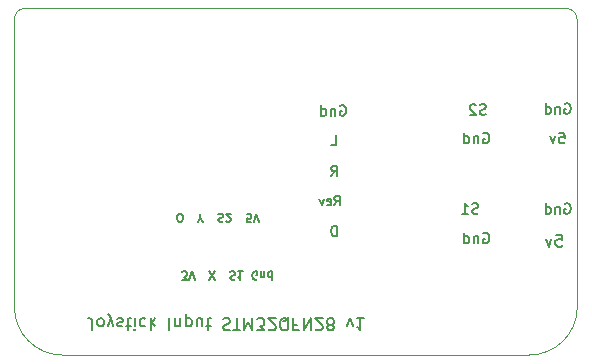
<source format=gbr>
G04 #@! TF.GenerationSoftware,KiCad,Pcbnew,(5.1.5)-3*
G04 #@! TF.CreationDate,2021-12-12T15:29:12-06:00*
G04 #@! TF.ProjectId,InputJoyStickSTM32QFN28,496e7075-744a-46f7-9953-7469636b5354,rev?*
G04 #@! TF.SameCoordinates,Original*
G04 #@! TF.FileFunction,Legend,Bot*
G04 #@! TF.FilePolarity,Positive*
%FSLAX46Y46*%
G04 Gerber Fmt 4.6, Leading zero omitted, Abs format (unit mm)*
G04 Created by KiCad (PCBNEW (5.1.5)-3) date 2021-12-12 15:29:12*
%MOMM*%
%LPD*%
G04 APERTURE LIST*
%ADD10C,0.152400*%
%ADD11C,0.187500*%
%ADD12C,0.050000*%
%ADD13C,0.175000*%
G04 APERTURE END LIST*
D10*
X172271500Y-104455500D02*
X172356166Y-104413166D01*
X172483166Y-104413166D01*
X172610166Y-104455500D01*
X172694833Y-104540166D01*
X172737166Y-104624833D01*
X172779500Y-104794166D01*
X172779500Y-104921166D01*
X172737166Y-105090500D01*
X172694833Y-105175166D01*
X172610166Y-105259833D01*
X172483166Y-105302166D01*
X172398500Y-105302166D01*
X172271500Y-105259833D01*
X172229166Y-105217500D01*
X172229166Y-104921166D01*
X172398500Y-104921166D01*
X171848166Y-104709500D02*
X171848166Y-105302166D01*
X171848166Y-104794166D02*
X171805833Y-104751833D01*
X171721166Y-104709500D01*
X171594166Y-104709500D01*
X171509500Y-104751833D01*
X171467166Y-104836500D01*
X171467166Y-105302166D01*
X170662833Y-105302166D02*
X170662833Y-104413166D01*
X170662833Y-105259833D02*
X170747500Y-105302166D01*
X170916833Y-105302166D01*
X171001500Y-105259833D01*
X171043833Y-105217500D01*
X171086166Y-105132833D01*
X171086166Y-104878833D01*
X171043833Y-104794166D01*
X171001500Y-104751833D01*
X170916833Y-104709500D01*
X170747500Y-104709500D01*
X170662833Y-104751833D01*
X172271500Y-95955500D02*
X172356166Y-95913166D01*
X172483166Y-95913166D01*
X172610166Y-95955500D01*
X172694833Y-96040166D01*
X172737166Y-96124833D01*
X172779500Y-96294166D01*
X172779500Y-96421166D01*
X172737166Y-96590500D01*
X172694833Y-96675166D01*
X172610166Y-96759833D01*
X172483166Y-96802166D01*
X172398500Y-96802166D01*
X172271500Y-96759833D01*
X172229166Y-96717500D01*
X172229166Y-96421166D01*
X172398500Y-96421166D01*
X171848166Y-96209500D02*
X171848166Y-96802166D01*
X171848166Y-96294166D02*
X171805833Y-96251833D01*
X171721166Y-96209500D01*
X171594166Y-96209500D01*
X171509500Y-96251833D01*
X171467166Y-96336500D01*
X171467166Y-96802166D01*
X170662833Y-96802166D02*
X170662833Y-95913166D01*
X170662833Y-96759833D02*
X170747500Y-96802166D01*
X170916833Y-96802166D01*
X171001500Y-96759833D01*
X171043833Y-96717500D01*
X171086166Y-96632833D01*
X171086166Y-96378833D01*
X171043833Y-96294166D01*
X171001500Y-96251833D01*
X170916833Y-96209500D01*
X170747500Y-96209500D01*
X170662833Y-96251833D01*
X178727000Y-95913166D02*
X179150333Y-95913166D01*
X179192666Y-96336500D01*
X179150333Y-96294166D01*
X179065666Y-96251833D01*
X178854000Y-96251833D01*
X178769333Y-96294166D01*
X178727000Y-96336500D01*
X178684666Y-96421166D01*
X178684666Y-96632833D01*
X178727000Y-96717500D01*
X178769333Y-96759833D01*
X178854000Y-96802166D01*
X179065666Y-96802166D01*
X179150333Y-96759833D01*
X179192666Y-96717500D01*
X178388333Y-96209500D02*
X178176666Y-96802166D01*
X177965000Y-96209500D01*
D11*
X172477333Y-94359833D02*
X172350333Y-94402166D01*
X172138666Y-94402166D01*
X172054000Y-94359833D01*
X172011666Y-94317500D01*
X171969333Y-94232833D01*
X171969333Y-94148166D01*
X172011666Y-94063500D01*
X172054000Y-94021166D01*
X172138666Y-93978833D01*
X172308000Y-93936500D01*
X172392666Y-93894166D01*
X172435000Y-93851833D01*
X172477333Y-93767166D01*
X172477333Y-93682500D01*
X172435000Y-93597833D01*
X172392666Y-93555500D01*
X172308000Y-93513166D01*
X172096333Y-93513166D01*
X171969333Y-93555500D01*
X171630666Y-93597833D02*
X171588333Y-93555500D01*
X171503666Y-93513166D01*
X171292000Y-93513166D01*
X171207333Y-93555500D01*
X171165000Y-93597833D01*
X171122666Y-93682500D01*
X171122666Y-93767166D01*
X171165000Y-93894166D01*
X171673000Y-94402166D01*
X171122666Y-94402166D01*
X171877333Y-102759833D02*
X171750333Y-102802166D01*
X171538666Y-102802166D01*
X171454000Y-102759833D01*
X171411666Y-102717500D01*
X171369333Y-102632833D01*
X171369333Y-102548166D01*
X171411666Y-102463500D01*
X171454000Y-102421166D01*
X171538666Y-102378833D01*
X171708000Y-102336500D01*
X171792666Y-102294166D01*
X171835000Y-102251833D01*
X171877333Y-102167166D01*
X171877333Y-102082500D01*
X171835000Y-101997833D01*
X171792666Y-101955500D01*
X171708000Y-101913166D01*
X171496333Y-101913166D01*
X171369333Y-101955500D01*
X170522666Y-102802166D02*
X171030666Y-102802166D01*
X170776666Y-102802166D02*
X170776666Y-101913166D01*
X170861333Y-102040166D01*
X170946000Y-102124833D01*
X171030666Y-102167166D01*
D10*
X179171500Y-93455500D02*
X179256166Y-93413166D01*
X179383166Y-93413166D01*
X179510166Y-93455500D01*
X179594833Y-93540166D01*
X179637166Y-93624833D01*
X179679500Y-93794166D01*
X179679500Y-93921166D01*
X179637166Y-94090500D01*
X179594833Y-94175166D01*
X179510166Y-94259833D01*
X179383166Y-94302166D01*
X179298500Y-94302166D01*
X179171500Y-94259833D01*
X179129166Y-94217500D01*
X179129166Y-93921166D01*
X179298500Y-93921166D01*
X178748166Y-93709500D02*
X178748166Y-94302166D01*
X178748166Y-93794166D02*
X178705833Y-93751833D01*
X178621166Y-93709500D01*
X178494166Y-93709500D01*
X178409500Y-93751833D01*
X178367166Y-93836500D01*
X178367166Y-94302166D01*
X177562833Y-94302166D02*
X177562833Y-93413166D01*
X177562833Y-94259833D02*
X177647500Y-94302166D01*
X177816833Y-94302166D01*
X177901500Y-94259833D01*
X177943833Y-94217500D01*
X177986166Y-94132833D01*
X177986166Y-93878833D01*
X177943833Y-93794166D01*
X177901500Y-93751833D01*
X177816833Y-93709500D01*
X177647500Y-93709500D01*
X177562833Y-93751833D01*
X160171500Y-93655500D02*
X160256166Y-93613166D01*
X160383166Y-93613166D01*
X160510166Y-93655500D01*
X160594833Y-93740166D01*
X160637166Y-93824833D01*
X160679500Y-93994166D01*
X160679500Y-94121166D01*
X160637166Y-94290500D01*
X160594833Y-94375166D01*
X160510166Y-94459833D01*
X160383166Y-94502166D01*
X160298500Y-94502166D01*
X160171500Y-94459833D01*
X160129166Y-94417500D01*
X160129166Y-94121166D01*
X160298500Y-94121166D01*
X159748166Y-93909500D02*
X159748166Y-94502166D01*
X159748166Y-93994166D02*
X159705833Y-93951833D01*
X159621166Y-93909500D01*
X159494166Y-93909500D01*
X159409500Y-93951833D01*
X159367166Y-94036500D01*
X159367166Y-94502166D01*
X158562833Y-94502166D02*
X158562833Y-93613166D01*
X158562833Y-94459833D02*
X158647500Y-94502166D01*
X158816833Y-94502166D01*
X158901500Y-94459833D01*
X158943833Y-94417500D01*
X158986166Y-94332833D01*
X158986166Y-94078833D01*
X158943833Y-93994166D01*
X158901500Y-93951833D01*
X158816833Y-93909500D01*
X158647500Y-93909500D01*
X158562833Y-93951833D01*
D12*
X179279873Y-85389743D02*
G75*
G02X180239940Y-86360000I-5095J-965162D01*
G01*
X132588000Y-86296602D02*
G75*
G02X133489685Y-85389720I901685J5182D01*
G01*
D10*
X159424833Y-97002166D02*
X159848166Y-97002166D01*
X159848166Y-96113166D01*
X159932833Y-104702166D02*
X159932833Y-103813166D01*
X159721166Y-103813166D01*
X159594166Y-103855500D01*
X159509500Y-103940166D01*
X159467166Y-104024833D01*
X159424833Y-104194166D01*
X159424833Y-104321166D01*
X159467166Y-104490500D01*
X159509500Y-104575166D01*
X159594166Y-104659833D01*
X159721166Y-104702166D01*
X159932833Y-104702166D01*
X159424833Y-99602166D02*
X159721166Y-99178833D01*
X159932833Y-99602166D02*
X159932833Y-98713166D01*
X159594166Y-98713166D01*
X159509500Y-98755500D01*
X159467166Y-98797833D01*
X159424833Y-98882500D01*
X159424833Y-99009500D01*
X159467166Y-99094166D01*
X159509500Y-99136500D01*
X159594166Y-99178833D01*
X159932833Y-99178833D01*
X159681000Y-102044714D02*
X159935000Y-101681857D01*
X160116428Y-102044714D02*
X160116428Y-101282714D01*
X159826142Y-101282714D01*
X159753571Y-101319000D01*
X159717285Y-101355285D01*
X159681000Y-101427857D01*
X159681000Y-101536714D01*
X159717285Y-101609285D01*
X159753571Y-101645571D01*
X159826142Y-101681857D01*
X160116428Y-101681857D01*
X159064142Y-102008428D02*
X159136714Y-102044714D01*
X159281857Y-102044714D01*
X159354428Y-102008428D01*
X159390714Y-101935857D01*
X159390714Y-101645571D01*
X159354428Y-101573000D01*
X159281857Y-101536714D01*
X159136714Y-101536714D01*
X159064142Y-101573000D01*
X159027857Y-101645571D01*
X159027857Y-101718142D01*
X159390714Y-101790714D01*
X158773857Y-101536714D02*
X158592428Y-102044714D01*
X158411000Y-101536714D01*
X179171500Y-101955500D02*
X179256166Y-101913166D01*
X179383166Y-101913166D01*
X179510166Y-101955500D01*
X179594833Y-102040166D01*
X179637166Y-102124833D01*
X179679500Y-102294166D01*
X179679500Y-102421166D01*
X179637166Y-102590500D01*
X179594833Y-102675166D01*
X179510166Y-102759833D01*
X179383166Y-102802166D01*
X179298500Y-102802166D01*
X179171500Y-102759833D01*
X179129166Y-102717500D01*
X179129166Y-102421166D01*
X179298500Y-102421166D01*
X178748166Y-102209500D02*
X178748166Y-102802166D01*
X178748166Y-102294166D02*
X178705833Y-102251833D01*
X178621166Y-102209500D01*
X178494166Y-102209500D01*
X178409500Y-102251833D01*
X178367166Y-102336500D01*
X178367166Y-102802166D01*
X177562833Y-102802166D02*
X177562833Y-101913166D01*
X177562833Y-102759833D02*
X177647500Y-102802166D01*
X177816833Y-102802166D01*
X177901500Y-102759833D01*
X177943833Y-102717500D01*
X177986166Y-102632833D01*
X177986166Y-102378833D01*
X177943833Y-102294166D01*
X177901500Y-102251833D01*
X177816833Y-102209500D01*
X177647500Y-102209500D01*
X177562833Y-102251833D01*
D13*
X146759200Y-108370333D02*
X147192533Y-108370333D01*
X146959200Y-108103666D01*
X147059200Y-108103666D01*
X147125866Y-108070333D01*
X147159200Y-108037000D01*
X147192533Y-107970333D01*
X147192533Y-107803666D01*
X147159200Y-107737000D01*
X147125866Y-107703666D01*
X147059200Y-107670333D01*
X146859200Y-107670333D01*
X146792533Y-107703666D01*
X146759200Y-107737000D01*
X147392533Y-108370333D02*
X147625866Y-107670333D01*
X147859200Y-108370333D01*
X149092533Y-108370333D02*
X149559200Y-107670333D01*
X149559200Y-108370333D02*
X149092533Y-107670333D01*
X150859200Y-107703666D02*
X150959200Y-107670333D01*
X151125866Y-107670333D01*
X151192533Y-107703666D01*
X151225866Y-107737000D01*
X151259200Y-107803666D01*
X151259200Y-107870333D01*
X151225866Y-107937000D01*
X151192533Y-107970333D01*
X151125866Y-108003666D01*
X150992533Y-108037000D01*
X150925866Y-108070333D01*
X150892533Y-108103666D01*
X150859200Y-108170333D01*
X150859200Y-108237000D01*
X150892533Y-108303666D01*
X150925866Y-108337000D01*
X150992533Y-108370333D01*
X151159200Y-108370333D01*
X151259200Y-108337000D01*
X151925866Y-107670333D02*
X151525866Y-107670333D01*
X151725866Y-107670333D02*
X151725866Y-108370333D01*
X151659200Y-108270333D01*
X151592533Y-108203666D01*
X151525866Y-108170333D01*
X153125866Y-108337000D02*
X153059200Y-108370333D01*
X152959200Y-108370333D01*
X152859200Y-108337000D01*
X152792533Y-108270333D01*
X152759200Y-108203666D01*
X152725866Y-108070333D01*
X152725866Y-107970333D01*
X152759200Y-107837000D01*
X152792533Y-107770333D01*
X152859200Y-107703666D01*
X152959200Y-107670333D01*
X153025866Y-107670333D01*
X153125866Y-107703666D01*
X153159200Y-107737000D01*
X153159200Y-107970333D01*
X153025866Y-107970333D01*
X153459200Y-108137000D02*
X153459200Y-107670333D01*
X153459200Y-108070333D02*
X153492533Y-108103666D01*
X153559200Y-108137000D01*
X153659200Y-108137000D01*
X153725866Y-108103666D01*
X153759200Y-108037000D01*
X153759200Y-107670333D01*
X154392533Y-107670333D02*
X154392533Y-108370333D01*
X154392533Y-107703666D02*
X154325866Y-107670333D01*
X154192533Y-107670333D01*
X154125866Y-107703666D01*
X154092533Y-107737000D01*
X154059200Y-107803666D01*
X154059200Y-108003666D01*
X154092533Y-108070333D01*
X154125866Y-108103666D01*
X154192533Y-108137000D01*
X154325866Y-108137000D01*
X154392533Y-108103666D01*
X146542533Y-103470333D02*
X146675866Y-103470333D01*
X146742533Y-103437000D01*
X146809200Y-103370333D01*
X146842533Y-103237000D01*
X146842533Y-103003666D01*
X146809200Y-102870333D01*
X146742533Y-102803666D01*
X146675866Y-102770333D01*
X146542533Y-102770333D01*
X146475866Y-102803666D01*
X146409200Y-102870333D01*
X146375866Y-103003666D01*
X146375866Y-103237000D01*
X146409200Y-103370333D01*
X146475866Y-103437000D01*
X146542533Y-103470333D01*
X148342533Y-103103666D02*
X148342533Y-102770333D01*
X148109200Y-103470333D02*
X148342533Y-103103666D01*
X148575866Y-103470333D01*
X149842533Y-102803666D02*
X149942533Y-102770333D01*
X150109200Y-102770333D01*
X150175866Y-102803666D01*
X150209200Y-102837000D01*
X150242533Y-102903666D01*
X150242533Y-102970333D01*
X150209200Y-103037000D01*
X150175866Y-103070333D01*
X150109200Y-103103666D01*
X149975866Y-103137000D01*
X149909200Y-103170333D01*
X149875866Y-103203666D01*
X149842533Y-103270333D01*
X149842533Y-103337000D01*
X149875866Y-103403666D01*
X149909200Y-103437000D01*
X149975866Y-103470333D01*
X150142533Y-103470333D01*
X150242533Y-103437000D01*
X150509200Y-103403666D02*
X150542533Y-103437000D01*
X150609200Y-103470333D01*
X150775866Y-103470333D01*
X150842533Y-103437000D01*
X150875866Y-103403666D01*
X150909200Y-103337000D01*
X150909200Y-103270333D01*
X150875866Y-103170333D01*
X150475866Y-102770333D01*
X150909200Y-102770333D01*
X152609200Y-103470333D02*
X152275866Y-103470333D01*
X152242533Y-103137000D01*
X152275866Y-103170333D01*
X152342533Y-103203666D01*
X152509200Y-103203666D01*
X152575866Y-103170333D01*
X152609200Y-103137000D01*
X152642533Y-103070333D01*
X152642533Y-102903666D01*
X152609200Y-102837000D01*
X152575866Y-102803666D01*
X152509200Y-102770333D01*
X152342533Y-102770333D01*
X152275866Y-102803666D01*
X152242533Y-102837000D01*
X152842533Y-103470333D02*
X153075866Y-102770333D01*
X153309200Y-103470333D01*
D11*
X139178857Y-112656380D02*
X139178857Y-111930666D01*
X139130476Y-111785523D01*
X139033714Y-111688761D01*
X138888571Y-111640380D01*
X138791809Y-111640380D01*
X139807809Y-111640380D02*
X139711047Y-111688761D01*
X139662666Y-111737142D01*
X139614285Y-111833904D01*
X139614285Y-112124190D01*
X139662666Y-112220952D01*
X139711047Y-112269333D01*
X139807809Y-112317714D01*
X139952952Y-112317714D01*
X140049714Y-112269333D01*
X140098095Y-112220952D01*
X140146476Y-112124190D01*
X140146476Y-111833904D01*
X140098095Y-111737142D01*
X140049714Y-111688761D01*
X139952952Y-111640380D01*
X139807809Y-111640380D01*
X140485142Y-112317714D02*
X140727047Y-111640380D01*
X140968952Y-112317714D02*
X140727047Y-111640380D01*
X140630285Y-111398476D01*
X140581904Y-111350095D01*
X140485142Y-111301714D01*
X141307619Y-111688761D02*
X141404380Y-111640380D01*
X141597904Y-111640380D01*
X141694666Y-111688761D01*
X141743047Y-111785523D01*
X141743047Y-111833904D01*
X141694666Y-111930666D01*
X141597904Y-111979047D01*
X141452761Y-111979047D01*
X141356000Y-112027428D01*
X141307619Y-112124190D01*
X141307619Y-112172571D01*
X141356000Y-112269333D01*
X141452761Y-112317714D01*
X141597904Y-112317714D01*
X141694666Y-112269333D01*
X142033333Y-112317714D02*
X142420380Y-112317714D01*
X142178476Y-112656380D02*
X142178476Y-111785523D01*
X142226857Y-111688761D01*
X142323619Y-111640380D01*
X142420380Y-111640380D01*
X142759047Y-111640380D02*
X142759047Y-112317714D01*
X142759047Y-112656380D02*
X142710666Y-112608000D01*
X142759047Y-112559619D01*
X142807428Y-112608000D01*
X142759047Y-112656380D01*
X142759047Y-112559619D01*
X143678285Y-111688761D02*
X143581523Y-111640380D01*
X143388000Y-111640380D01*
X143291238Y-111688761D01*
X143242857Y-111737142D01*
X143194476Y-111833904D01*
X143194476Y-112124190D01*
X143242857Y-112220952D01*
X143291238Y-112269333D01*
X143388000Y-112317714D01*
X143581523Y-112317714D01*
X143678285Y-112269333D01*
X144113714Y-111640380D02*
X144113714Y-112656380D01*
X144210476Y-112027428D02*
X144500761Y-111640380D01*
X144500761Y-112317714D02*
X144113714Y-111930666D01*
X145710285Y-111640380D02*
X145710285Y-112656380D01*
X146194095Y-112317714D02*
X146194095Y-111640380D01*
X146194095Y-112220952D02*
X146242476Y-112269333D01*
X146339238Y-112317714D01*
X146484380Y-112317714D01*
X146581142Y-112269333D01*
X146629523Y-112172571D01*
X146629523Y-111640380D01*
X147113333Y-112317714D02*
X147113333Y-111301714D01*
X147113333Y-112269333D02*
X147210095Y-112317714D01*
X147403619Y-112317714D01*
X147500380Y-112269333D01*
X147548761Y-112220952D01*
X147597142Y-112124190D01*
X147597142Y-111833904D01*
X147548761Y-111737142D01*
X147500380Y-111688761D01*
X147403619Y-111640380D01*
X147210095Y-111640380D01*
X147113333Y-111688761D01*
X148468000Y-112317714D02*
X148468000Y-111640380D01*
X148032571Y-112317714D02*
X148032571Y-111785523D01*
X148080952Y-111688761D01*
X148177714Y-111640380D01*
X148322857Y-111640380D01*
X148419619Y-111688761D01*
X148468000Y-111737142D01*
X148806666Y-112317714D02*
X149193714Y-112317714D01*
X148951809Y-112656380D02*
X148951809Y-111785523D01*
X149000190Y-111688761D01*
X149096952Y-111640380D01*
X149193714Y-111640380D01*
X150258095Y-111688761D02*
X150403238Y-111640380D01*
X150645142Y-111640380D01*
X150741904Y-111688761D01*
X150790285Y-111737142D01*
X150838666Y-111833904D01*
X150838666Y-111930666D01*
X150790285Y-112027428D01*
X150741904Y-112075809D01*
X150645142Y-112124190D01*
X150451619Y-112172571D01*
X150354857Y-112220952D01*
X150306476Y-112269333D01*
X150258095Y-112366095D01*
X150258095Y-112462857D01*
X150306476Y-112559619D01*
X150354857Y-112608000D01*
X150451619Y-112656380D01*
X150693523Y-112656380D01*
X150838666Y-112608000D01*
X151128952Y-112656380D02*
X151709523Y-112656380D01*
X151419238Y-111640380D02*
X151419238Y-112656380D01*
X152048190Y-111640380D02*
X152048190Y-112656380D01*
X152386857Y-111930666D01*
X152725523Y-112656380D01*
X152725523Y-111640380D01*
X153112571Y-112656380D02*
X153741523Y-112656380D01*
X153402857Y-112269333D01*
X153548000Y-112269333D01*
X153644761Y-112220952D01*
X153693142Y-112172571D01*
X153741523Y-112075809D01*
X153741523Y-111833904D01*
X153693142Y-111737142D01*
X153644761Y-111688761D01*
X153548000Y-111640380D01*
X153257714Y-111640380D01*
X153160952Y-111688761D01*
X153112571Y-111737142D01*
X154128571Y-112559619D02*
X154176952Y-112608000D01*
X154273714Y-112656380D01*
X154515619Y-112656380D01*
X154612380Y-112608000D01*
X154660761Y-112559619D01*
X154709142Y-112462857D01*
X154709142Y-112366095D01*
X154660761Y-112220952D01*
X154080190Y-111640380D01*
X154709142Y-111640380D01*
X155821904Y-111543619D02*
X155725142Y-111592000D01*
X155628380Y-111688761D01*
X155483238Y-111833904D01*
X155386476Y-111882285D01*
X155289714Y-111882285D01*
X155338095Y-111640380D02*
X155241333Y-111688761D01*
X155144571Y-111785523D01*
X155096190Y-111979047D01*
X155096190Y-112317714D01*
X155144571Y-112511238D01*
X155241333Y-112608000D01*
X155338095Y-112656380D01*
X155531619Y-112656380D01*
X155628380Y-112608000D01*
X155725142Y-112511238D01*
X155773523Y-112317714D01*
X155773523Y-111979047D01*
X155725142Y-111785523D01*
X155628380Y-111688761D01*
X155531619Y-111640380D01*
X155338095Y-111640380D01*
X156547619Y-112172571D02*
X156208952Y-112172571D01*
X156208952Y-111640380D02*
X156208952Y-112656380D01*
X156692761Y-112656380D01*
X157079809Y-111640380D02*
X157079809Y-112656380D01*
X157660380Y-111640380D01*
X157660380Y-112656380D01*
X158095809Y-112559619D02*
X158144190Y-112608000D01*
X158240952Y-112656380D01*
X158482857Y-112656380D01*
X158579619Y-112608000D01*
X158628000Y-112559619D01*
X158676380Y-112462857D01*
X158676380Y-112366095D01*
X158628000Y-112220952D01*
X158047428Y-111640380D01*
X158676380Y-111640380D01*
X159256952Y-112220952D02*
X159160190Y-112269333D01*
X159111809Y-112317714D01*
X159063428Y-112414476D01*
X159063428Y-112462857D01*
X159111809Y-112559619D01*
X159160190Y-112608000D01*
X159256952Y-112656380D01*
X159450476Y-112656380D01*
X159547238Y-112608000D01*
X159595619Y-112559619D01*
X159644000Y-112462857D01*
X159644000Y-112414476D01*
X159595619Y-112317714D01*
X159547238Y-112269333D01*
X159450476Y-112220952D01*
X159256952Y-112220952D01*
X159160190Y-112172571D01*
X159111809Y-112124190D01*
X159063428Y-112027428D01*
X159063428Y-111833904D01*
X159111809Y-111737142D01*
X159160190Y-111688761D01*
X159256952Y-111640380D01*
X159450476Y-111640380D01*
X159547238Y-111688761D01*
X159595619Y-111737142D01*
X159644000Y-111833904D01*
X159644000Y-112027428D01*
X159595619Y-112124190D01*
X159547238Y-112172571D01*
X159450476Y-112220952D01*
X160756761Y-112317714D02*
X160998666Y-111640380D01*
X161240571Y-112317714D01*
X162159809Y-111640380D02*
X161579238Y-111640380D01*
X161869523Y-111640380D02*
X161869523Y-112656380D01*
X161772761Y-112511238D01*
X161676000Y-112414476D01*
X161579238Y-112366095D01*
D10*
X178445142Y-104543619D02*
X178928952Y-104543619D01*
X178977333Y-105027428D01*
X178928952Y-104979047D01*
X178832190Y-104930666D01*
X178590285Y-104930666D01*
X178493523Y-104979047D01*
X178445142Y-105027428D01*
X178396761Y-105124190D01*
X178396761Y-105366095D01*
X178445142Y-105462857D01*
X178493523Y-105511238D01*
X178590285Y-105559619D01*
X178832190Y-105559619D01*
X178928952Y-105511238D01*
X178977333Y-105462857D01*
X178058095Y-104882285D02*
X177816190Y-105559619D01*
X177574285Y-104882285D01*
D12*
X132588000Y-110680500D02*
X132588000Y-86296602D01*
X136652000Y-114744500D02*
G75*
G02X132588000Y-110680500I0J4064000D01*
G01*
X176153080Y-114744500D02*
X136652000Y-114744500D01*
X180239940Y-86360000D02*
X180250164Y-110667800D01*
X180250164Y-110670340D02*
G75*
G02X176153080Y-114744500I-4074224J0D01*
G01*
X179279820Y-85389720D02*
X133489685Y-85389720D01*
M02*

</source>
